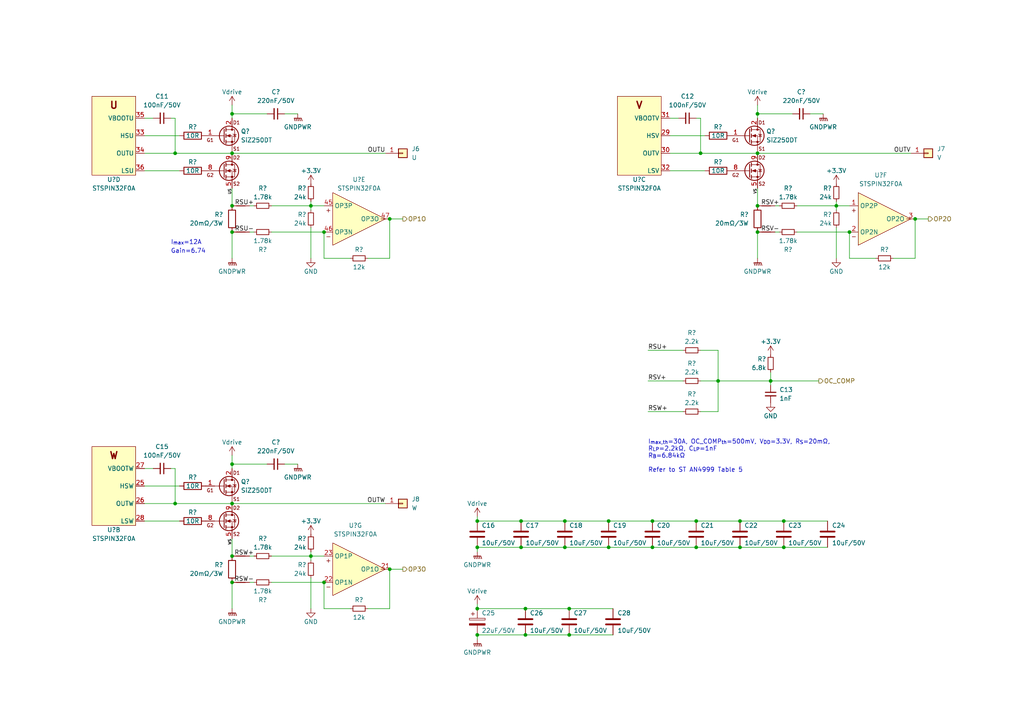
<source format=kicad_sch>
(kicad_sch (version 20230121) (generator eeschema)
  (paper "A4")
  (junction (at 67.31 146.05))
  (junction (at 227.33 158.75))
  (junction (at 219.71 33.02))
  (junction (at 151.13 158.75))
  (junction (at 50.8 44.45))
  (junction (at 138.43 184.15))
  (junction (at 113.03 63.5))
  (junction (at 201.93 151.13))
  (junction (at 227.33 151.13))
  (junction (at 90.17 59.69))
  (junction (at 203.2 44.45))
  (junction (at 242.57 59.69))
  (junction (at 113.03 165.1))
  (junction (at 219.71 59.69))
  (junction (at 214.63 151.13))
  (junction (at 152.4 184.15))
  (junction (at 67.31 67.31))
  (junction (at 208.28 110.49))
  (junction (at 165.1 184.15))
  (junction (at 165.1 176.53))
  (junction (at 163.83 158.75))
  (junction (at 138.43 151.13))
  (junction (at 138.43 158.75))
  (junction (at 201.93 158.75))
  (junction (at 90.17 161.29))
  (junction (at 138.43 176.53))
  (junction (at 214.63 158.75))
  (junction (at 50.8 146.05))
  (junction (at 219.71 44.45))
  (junction (at 189.23 158.75))
  (junction (at 67.31 161.29))
  (junction (at 67.31 33.02))
  (junction (at 265.43 63.5))
  (junction (at 176.53 158.75))
  (junction (at 67.31 44.45))
  (junction (at 163.83 151.13))
  (junction (at 246.38 67.31))
  (junction (at 151.13 151.13))
  (junction (at 189.23 151.13))
  (junction (at 93.98 67.31))
  (junction (at 93.98 168.91))
  (junction (at 67.31 134.62))
  (junction (at 152.4 176.53))
  (junction (at 223.52 110.49))
  (junction (at 176.53 151.13))
  (junction (at 219.71 67.31))
  (junction (at 67.31 168.91))
  (junction (at 67.31 59.69))
  (wire (pts (xy 189.23 151.13) (xy 201.93 151.13)))
  (wire (pts (xy 163.83 158.75) (xy 176.53 158.75)))
  (wire (pts (xy 73.66 161.29) (xy 72.39 161.29)))
  (wire (pts (xy 106.68 176.53) (xy 113.03 176.53)))
  (wire (pts (xy 223.52 110.49) (xy 237.49 110.49)))
  (wire (pts (xy 259.08 74.93) (xy 265.43 74.93)))
  (wire (pts (xy 90.17 167.64) (xy 90.17 176.53)))
  (wire (pts (xy 194.31 49.53) (xy 204.47 49.53)))
  (wire (pts (xy 219.71 30.48) (xy 219.71 33.02)))
  (wire (pts (xy 203.2 44.45) (xy 219.71 44.45)))
  (wire (pts (xy 90.17 60.96) (xy 90.17 59.69)))
  (wire (pts (xy 49.53 34.29) (xy 50.8 34.29)))
  (wire (pts (xy 67.31 33.02) (xy 67.31 34.29)))
  (wire (pts (xy 196.85 34.29) (xy 194.31 34.29)))
  (wire (pts (xy 67.31 54.61) (xy 67.31 59.69)))
  (wire (pts (xy 151.13 151.13) (xy 163.83 151.13)))
  (wire (pts (xy 44.45 34.29) (xy 41.91 34.29)))
  (wire (pts (xy 201.93 158.75) (xy 214.63 158.75)))
  (wire (pts (xy 163.83 151.13) (xy 176.53 151.13)))
  (wire (pts (xy 198.12 110.49) (xy 187.96 110.49)))
  (wire (pts (xy 113.03 74.93) (xy 113.03 63.5)))
  (wire (pts (xy 242.57 60.96) (xy 242.57 59.69)))
  (wire (pts (xy 198.12 119.38) (xy 187.96 119.38)))
  (wire (pts (xy 265.43 63.5) (xy 269.24 63.5)))
  (wire (pts (xy 86.36 33.02) (xy 82.55 33.02)))
  (wire (pts (xy 78.74 161.29) (xy 90.17 161.29)))
  (wire (pts (xy 90.17 58.42) (xy 90.17 59.69)))
  (wire (pts (xy 201.93 34.29) (xy 203.2 34.29)))
  (wire (pts (xy 41.91 39.37) (xy 52.07 39.37)))
  (wire (pts (xy 77.47 33.02) (xy 67.31 33.02)))
  (wire (pts (xy 138.43 184.15) (xy 152.4 184.15)))
  (wire (pts (xy 176.53 151.13) (xy 189.23 151.13)))
  (wire (pts (xy 41.91 49.53) (xy 52.07 49.53)))
  (wire (pts (xy 90.17 66.04) (xy 90.17 74.93)))
  (wire (pts (xy 50.8 44.45) (xy 67.31 44.45)))
  (wire (pts (xy 246.38 67.31) (xy 246.38 74.93)))
  (wire (pts (xy 231.14 67.31) (xy 246.38 67.31)))
  (wire (pts (xy 73.66 59.69) (xy 72.39 59.69)))
  (wire (pts (xy 165.1 184.15) (xy 177.8 184.15)))
  (wire (pts (xy 242.57 58.42) (xy 242.57 59.69)))
  (wire (pts (xy 194.31 39.37) (xy 204.47 39.37)))
  (wire (pts (xy 138.43 176.53) (xy 152.4 176.53)))
  (wire (pts (xy 194.31 44.45) (xy 203.2 44.45)))
  (wire (pts (xy 242.57 59.69) (xy 246.38 59.69)))
  (wire (pts (xy 67.31 74.93) (xy 67.31 67.31)))
  (wire (pts (xy 152.4 176.53) (xy 165.1 176.53)))
  (wire (pts (xy 231.14 59.69) (xy 242.57 59.69)))
  (wire (pts (xy 67.31 132.08) (xy 67.31 134.62)))
  (wire (pts (xy 165.1 176.53) (xy 177.8 176.53)))
  (wire (pts (xy 78.74 59.69) (xy 90.17 59.69)))
  (wire (pts (xy 203.2 34.29) (xy 203.2 44.45)))
  (wire (pts (xy 113.03 176.53) (xy 113.03 165.1)))
  (wire (pts (xy 265.43 74.93) (xy 265.43 63.5)))
  (wire (pts (xy 41.91 44.45) (xy 50.8 44.45)))
  (wire (pts (xy 219.71 54.61) (xy 219.71 59.69)))
  (wire (pts (xy 86.36 134.62) (xy 82.55 134.62)))
  (wire (pts (xy 138.43 160.02) (xy 138.43 158.75)))
  (wire (pts (xy 73.66 168.91) (xy 72.39 168.91)))
  (wire (pts (xy 198.12 101.6) (xy 187.96 101.6)))
  (wire (pts (xy 78.74 67.31) (xy 93.98 67.31)))
  (wire (pts (xy 227.33 151.13) (xy 240.03 151.13)))
  (wire (pts (xy 90.17 161.29) (xy 93.98 161.29)))
  (wire (pts (xy 189.23 158.75) (xy 201.93 158.75)))
  (wire (pts (xy 201.93 151.13) (xy 214.63 151.13)))
  (wire (pts (xy 208.28 101.6) (xy 208.28 110.49)))
  (wire (pts (xy 44.45 135.89) (xy 41.91 135.89)))
  (wire (pts (xy 93.98 67.31) (xy 93.98 74.93)))
  (wire (pts (xy 208.28 110.49) (xy 223.52 110.49)))
  (wire (pts (xy 223.52 110.49) (xy 223.52 107.95)))
  (wire (pts (xy 67.31 156.21) (xy 67.31 161.29)))
  (wire (pts (xy 50.8 34.29) (xy 50.8 44.45)))
  (wire (pts (xy 73.66 67.31) (xy 72.39 67.31)))
  (wire (pts (xy 49.53 135.89) (xy 50.8 135.89)))
  (wire (pts (xy 138.43 158.75) (xy 151.13 158.75)))
  (wire (pts (xy 254 74.93) (xy 246.38 74.93)))
  (wire (pts (xy 219.71 44.45) (xy 264.16 44.45)))
  (wire (pts (xy 138.43 149.86) (xy 138.43 151.13)))
  (wire (pts (xy 67.31 176.53) (xy 67.31 168.91)))
  (wire (pts (xy 227.33 158.75) (xy 240.03 158.75)))
  (wire (pts (xy 238.76 33.02) (xy 234.95 33.02)))
  (wire (pts (xy 78.74 168.91) (xy 93.98 168.91)))
  (wire (pts (xy 101.6 176.53) (xy 93.98 176.53)))
  (wire (pts (xy 90.17 59.69) (xy 93.98 59.69)))
  (wire (pts (xy 219.71 74.93) (xy 219.71 67.31)))
  (wire (pts (xy 106.68 74.93) (xy 113.03 74.93)))
  (wire (pts (xy 176.53 158.75) (xy 189.23 158.75)))
  (wire (pts (xy 138.43 184.15) (xy 138.43 185.42)))
  (wire (pts (xy 113.03 63.5) (xy 116.84 63.5)))
  (wire (pts (xy 229.87 33.02) (xy 219.71 33.02)))
  (wire (pts (xy 90.17 162.56) (xy 90.17 161.29)))
  (wire (pts (xy 223.52 111.76) (xy 223.52 110.49)))
  (wire (pts (xy 208.28 110.49) (xy 208.28 119.38)))
  (wire (pts (xy 41.91 151.13) (xy 52.07 151.13)))
  (wire (pts (xy 226.06 67.31) (xy 224.79 67.31)))
  (wire (pts (xy 242.57 66.04) (xy 242.57 74.93)))
  (wire (pts (xy 214.63 158.75) (xy 227.33 158.75)))
  (wire (pts (xy 113.03 165.1) (xy 116.84 165.1)))
  (wire (pts (xy 67.31 146.05) (xy 111.76 146.05)))
  (wire (pts (xy 226.06 59.69) (xy 224.79 59.69)))
  (wire (pts (xy 203.2 119.38) (xy 208.28 119.38)))
  (wire (pts (xy 67.31 134.62) (xy 67.31 135.89)))
  (wire (pts (xy 41.91 140.97) (xy 52.07 140.97)))
  (wire (pts (xy 67.31 44.45) (xy 111.76 44.45)))
  (wire (pts (xy 151.13 158.75) (xy 163.83 158.75)))
  (wire (pts (xy 77.47 134.62) (xy 67.31 134.62)))
  (wire (pts (xy 41.91 146.05) (xy 50.8 146.05)))
  (wire (pts (xy 138.43 175.26) (xy 138.43 176.53)))
  (wire (pts (xy 50.8 146.05) (xy 67.31 146.05)))
  (wire (pts (xy 93.98 168.91) (xy 93.98 176.53)))
  (wire (pts (xy 152.4 184.15) (xy 165.1 184.15)))
  (wire (pts (xy 101.6 74.93) (xy 93.98 74.93)))
  (wire (pts (xy 50.8 135.89) (xy 50.8 146.05)))
  (wire (pts (xy 138.43 151.13) (xy 151.13 151.13)))
  (wire (pts (xy 203.2 110.49) (xy 208.28 110.49)))
  (wire (pts (xy 219.71 33.02) (xy 219.71 34.29)))
  (wire (pts (xy 203.2 101.6) (xy 208.28 101.6)))
  (wire (pts (xy 214.63 151.13) (xy 227.33 151.13)))
  (wire (pts (xy 67.31 30.48) (xy 67.31 33.02)))
  (wire (pts (xy 90.17 160.02) (xy 90.17 161.29)))
  (text "Gain=6.74" (at 49.53 73.66 0) (effects (font (size 1.27 1.27)) (justify left bottom)))
  (text "I_{max,th}=30A, OC_COMP_{th}=500mV, V_{DD}=3.3V, R_{S}=20mΩ,\nR_{LP}=2.2kΩ, C_{LP}=1nF\nR_{B}=6.84kΩ\n\nRefer to ST AN4999 Table 5\n" (at 187.96 137.16 0) (effects (font (size 1.27 1.27)) (justify left bottom)))
  (text "I_{max}=12A" (at 49.53 71.12 0) (effects (font (size 1.27 1.27)) (justify left bottom)))
  (label "WS" (at 67.31 156.21 270) (effects (font (size 0.8 0.8))))
  (label "RSW-" (at 73.66 168.91 180))
  (label "OUTW" (at 111.76 146.05 180))
  (label "RSU-" (at 73.66 67.31 180))
  (label "RSW+" (at 187.96 119.38 0))
  (label "US" (at 67.31 54.61 270) (effects (font (size 0.8 0.8))))
  (label "OUTV" (at 264.16 44.45 180))
  (label "RSU+" (at 187.96 101.6 0))
  (label "VS" (at 219.71 54.61 270) (effects (font (size 0.8 0.8))))
  (label "RSV+" (at 187.96 110.49 0))
  (label "RSW+" (at 73.66 161.29 180))
  (label "RSV-" (at 226.06 67.31 180))
  (label "RSV+" (at 226.06 59.69 180))
  (label "OUTU" (at 111.76 44.45 180))
  (label "RSU+" (at 73.66 59.69 180))
  (hierarchical_label "OC_COMP" (shape output) (at 237.49 110.49 0))
  (hierarchical_label "OP3O" (shape output) (at 116.84 165.1 0))
  (hierarchical_label "OP2O" (shape output) (at 269.24 63.5 0))
  (hierarchical_label "OP1O" (shape output) (at 116.84 63.5 0))
  (symbol (lib_name "STSPIN32F0A_2") (lib_id "moco:STSPIN32F0A") (at 33.02 140.97 0) (unit 2)
    (property "Reference" "U?" (at 33.02 153.67 0))
    (property "Value" "STSPIN32F0A" (at 33.02 156.21 0))
    (property "Footprint" "moco:VFQFN-48_7x7_EP2.8mm_Pitch0.5mm" (effects hide))
    (property "Datasheet" "https://www.st.com/resource/en/datasheet/stspin32f0a.pdf" (effects hide))
    (property "LCSC" "C1520987" (effects hide))
    (property "MFR. Part#" "STSPIN32F0A" (effects hide))
    (instances (project "moco-rd401" (path "" (reference "U?") (unit 2)) (path "" (reference "U1") (unit 2))))
  )
  (symbol (lib_id "Device:C_Small") (at 223.52 114.3 0) (mirror y) (unit 1)
    (property "Reference" "C13" (at 226.06 113.0363 0) (effects (justify right)))
    (property "Value" "1nF" (at 226.06 115.5763 0) (effects (justify right)))
    (property "Footprint" "Capacitor_SMD:C_0402_1005Metric" (effects hide))
    (property "LCSC" "C1523" (effects hide))
    (property "MFR. Part#" "0402B102K500NT" (effects hide))
  )
  (symbol (lib_id "Device:NetTie_2") (at 69.85 67.31 0) (mirror y) (unit 1) (in_bom no)
    (property "Reference" "NT?" (effects hide))
    (property "Value" "NetTie_2" (effects hide))
    (property "Footprint" "NetTie:NetTie-2_SMD_Pad0.5mm" (effects hide))
    (instances (project "moco-rd401" (path "" (reference "NT?") (unit 1)) (path "" (reference "NT4") (unit 1))) (project "moco-rd501" (path "" (reference "NT?") (unit 1))))
  )
  (symbol (lib_id "Device:R") (at 67.31 63.5 0) (mirror y) (unit 1)
    (property "Reference" "R?" (at 64.77 62.23 0) (effects (justify left)))
    (property "Value" "20mΩ/3W" (at 64.77 64.77 0) (effects (justify left)))
    (property "Footprint" "Resistor_SMD:R_2512_6332Metric" (effects hide))
    (property "LCSC" "C840620" (effects hide))
    (property "MFR. Part#" "CRA2512-FZ-R020ELF" (effects hide))
    (instances (project "moco-rd401" (path "" (reference "R?") (unit 1)) (path "" (reference "R14") (unit 1))) (project "moco-rd501" (path "" (reference "R?") (unit 1))))
  )
  (symbol (lib_id "power:Vdrive") (at 219.71 30.48 0) (mirror y) (unit 1)
    (property "Reference" "#PWR?" (effects hide))
    (property "Value" "Vdrive" (at 219.71 26.67 0))
    (instances (project "moco-rd401" (path "" (reference "#PWR?") (unit 1)) (path "" (reference "#PWR029") (unit 1))))
  )
  (symbol (lib_id "Device:R_Small") (at 76.2 168.91 90) (mirror x) (unit 1)
    (property "Reference" "R?" (at 76.2 173.99 90))
    (property "Value" "1.78k" (at 76.2 171.45 90))
    (property "Footprint" "Resistor_SMD:R_0402_1005Metric" (effects hide))
    (property "LCSC" "C284379" (effects hide))
    (property "MFR. Part#" "ARG02FTC1781" (effects hide))
    (instances (project "moco-rd401" (path "" (reference "R?") (unit 1)) (path "" (reference "R32") (unit 1))))
  )
  (symbol (lib_id "Device:R_Small") (at 228.6 67.31 90) (mirror x) (unit 1)
    (property "Reference" "R?" (at 228.6 72.39 90))
    (property "Value" "1.78k" (at 228.6 69.85 90))
    (property "Footprint" "Resistor_SMD:R_0402_1005Metric" (effects hide))
    (property "LCSC" "C284379" (effects hide))
    (property "MFR. Part#" "ARG02FTC1781" (effects hide))
    (instances (project "moco-rd401" (path "" (reference "R?") (unit 1)) (path "" (reference "R19") (unit 1))))
  )
  (symbol (lib_name "STSPIN32F0A_3") (lib_id "moco:STSPIN32F0A") (at 185.42 39.37 0) (unit 3)
    (property "Reference" "U?" (at 185.42 52.07 0))
    (property "Value" "STSPIN32F0A" (at 185.42 54.61 0))
    (property "Footprint" "moco:VFQFN-48_7x7_EP2.8mm_Pitch0.5mm" (effects hide))
    (property "Datasheet" "https://www.st.com/resource/en/datasheet/stspin32f0a.pdf" (effects hide))
    (property "LCSC" "C1520987" (effects hide))
    (property "MFR. Part#" "STSPIN32F0A" (effects hide))
    (instances (project "moco-rd401" (path "" (reference "U?") (unit 3)) (path "" (reference "U1") (unit 3))))
  )
  (symbol (lib_id "Connector_Generic:Conn_01x01") (at 269.24 44.45 0) (unit 1)
    (property "Reference" "J7" (at 271.78 43.18 0) (effects (justify left)))
    (property "Value" "V" (at 271.78 45.72 0) (effects (justify left)))
    (property "Footprint" "moco:wire_2.2mm" (effects hide))
    (instances (project "moco-rd401" (path "" (reference "J7") (unit 1))) (project "moco-oi401" (path "" (reference "J?") (unit 1)) (path "" (reference "J?") (unit 1))) (project "moco-bkd8316" (path "" (reference "J?") (unit 1))))
  )
  (symbol (lib_id "Device:R_Small") (at 242.57 55.88 0) (mirror y) (unit 1)
    (property "Reference" "R?" (at 241.3 54.61 0) (effects (justify left)))
    (property "Value" "24k" (at 241.3 57.15 0) (effects (justify left)))
    (property "Footprint" "Resistor_SMD:R_0402_1005Metric" (effects hide))
    (property "LCSC" "C25769" (effects hide))
    (property "MFR. Part#" "0402WGF2402TCE" (effects hide))
    (instances (project "moco-rd401" (path "" (reference "R?") (unit 1)) (path "" (reference "R11") (unit 1))))
  )
  (symbol (lib_id "power:Vdrive") (at 138.43 149.86 0) (mirror y) (unit 1)
    (property "Reference" "#PWR?" (effects hide))
    (property "Value" "Vdrive" (at 138.43 146.05 0))
    (instances (project "moco-rd401" (path "" (reference "#PWR?") (unit 1)) (path "" (reference "#PWR042") (unit 1))))
  )
  (symbol (lib_id "Device:C_Polarized") (at 138.43 180.34 0) (unit 1)
    (property "Reference" "C25" (at 139.7 177.8 0) (effects (justify left)))
    (property "Value" "22uF/50V" (at 139.7 182.88 0) (effects (justify left)))
    (property "Footprint" "Capacitor_SMD:CP_Elec_5x5.8" (effects hide))
    (property "LCSC" "C336246" (effects hide))
    (property "MFR. Part#" "EEEFT1H220AR" (effects hide))
  )
  (symbol (lib_id "power:+3.3V") (at 90.17 154.94 0) (unit 1)
    (property "Reference" "#PWR?" (effects hide))
    (property "Value" "+3.3V" (at 90.17 151.13 0))
    (instances (project "moco-rd401" (path "" (reference "#PWR?") (unit 1)) (path "" (reference "#PWR?") (unit 1)) (path "" (reference "#PWR043") (unit 1))))
  )
  (symbol (lib_id "Device:R_Small") (at 104.14 176.53 90) (unit 1)
    (property "Reference" "R?" (at 104.14 173.99 90))
    (property "Value" "12k" (at 104.14 179.07 90))
    (property "Footprint" "Resistor_SMD:R_0402_1005Metric" (effects hide))
    (property "LCSC" "C25752" (effects hide))
    (property "MFR. Part#" "0402WGF1202TCE" (effects hide))
    (instances (project "moco-rd401" (path "" (reference "R?") (unit 1)) (path "" (reference "R33") (unit 1))))
  )
  (symbol (lib_id "Device:R_Small") (at 228.6 59.69 90) (unit 1)
    (property "Reference" "R?" (at 228.6 54.61 90))
    (property "Value" "1.78k" (at 228.6 57.15 90))
    (property "Footprint" "Resistor_SMD:R_0402_1005Metric" (effects hide))
    (property "LCSC" "C284379" (effects hide))
    (property "MFR. Part#" "ARG02FTC1781" (effects hide))
    (instances (project "moco-rd401" (path "" (reference "R?") (unit 1)) (path "" (reference "R13") (unit 1))))
  )
  (symbol (lib_id "power:GND") (at 223.52 116.84 0) (unit 1)
    (property "Reference" "#PWR?" (effects hide))
    (property "Value" "GND" (at 223.52 120.65 0))
    (instances (project "moco-rd401" (path "" (reference "#PWR?") (unit 1)) (path "" (reference "#PWR039") (unit 1))))
  )
  (symbol (lib_id "Device:R_Small") (at 200.66 101.6 90) (unit 1)
    (property "Reference" "R?" (at 200.66 96.52 90))
    (property "Value" "2.2k" (at 200.66 99.06 90))
    (property "Footprint" "Resistor_SMD:R_0402_1005Metric" (effects hide))
    (property "LCSC" "C25879" (effects hide))
    (property "MFR. Part#" "0402WGF2201TCE" (effects hide))
    (instances (project "moco-rd401" (path "" (reference "R?") (unit 1)) (path "" (reference "R22") (unit 1))))
  )
  (symbol (lib_id "Device:R") (at 208.28 49.53 90) (unit 1)
    (property "Reference" "R?" (at 208.28 46.99 90))
    (property "Value" "10R" (at 208.28 49.53 90))
    (property "Footprint" "Resistor_SMD:R_0402_1005Metric" (effects hide))
    (property "LCSC" "C25077" (effects hide))
    (property "MFR. Part#" "0402WGF100JTCE" (effects hide))
    (instances (project "moco-rd401" (path "" (reference "R?") (unit 1)) (path "" (reference "R9") (unit 1))))
  )
  (symbol (lib_id "Device:R") (at 55.88 49.53 90) (unit 1)
    (property "Reference" "R?" (at 55.88 46.99 90))
    (property "Value" "10R" (at 55.88 49.53 90))
    (property "Footprint" "Resistor_SMD:R_0402_1005Metric" (effects hide))
    (property "LCSC" "C25077" (effects hide))
    (property "MFR. Part#" "0402WGF100JTCE" (effects hide))
    (instances (project "moco-rd401" (path "" (reference "R?") (unit 1)) (path "" (reference "R8") (unit 1))))
  )
  (symbol (lib_id "Device:R") (at 55.88 39.37 90) (unit 1)
    (property "Reference" "R?" (at 55.88 36.83 90))
    (property "Value" "10R" (at 55.88 39.37 90))
    (property "Footprint" "Resistor_SMD:R_0402_1005Metric" (effects hide))
    (property "LCSC" "C25077" (effects hide))
    (property "MFR. Part#" "0402WGF100JTCE" (effects hide))
    (instances (project "moco-rd401" (path "" (reference "R?") (unit 1)) (path "" (reference "R6") (unit 1))))
  )
  (symbol (lib_id "power:GNDPWR") (at 86.36 134.62 0) (mirror y) (unit 1)
    (property "Reference" "#PWR?" (effects hide))
    (property "Value" "GNDPWR" (at 86.36 138.43 0))
    (instances (project "moco-rd401" (path "" (reference "#PWR?") (unit 1)) (path "" (reference "#PWR041") (unit 1))) (project "moco-rd501" (path "" (reference "#PWR?") (unit 1))))
  )
  (symbol (lib_id "Device:R_Small") (at 90.17 55.88 0) (mirror y) (unit 1)
    (property "Reference" "R?" (at 88.9 54.61 0) (effects (justify left)))
    (property "Value" "24k" (at 88.9 57.15 0) (effects (justify left)))
    (property "Footprint" "Resistor_SMD:R_0402_1005Metric" (effects hide))
    (property "LCSC" "C25769" (effects hide))
    (property "MFR. Part#" "0402WGF2402TCE" (effects hide))
    (instances (project "moco-rd401" (path "" (reference "R?") (unit 1)) (path "" (reference "R10") (unit 1))))
  )
  (symbol (lib_id "Device:R_Small") (at 256.54 74.93 90) (unit 1)
    (property "Reference" "R?" (at 256.54 72.39 90))
    (property "Value" "12k" (at 256.54 77.47 90))
    (property "Footprint" "Resistor_SMD:R_0402_1005Metric" (effects hide))
    (property "LCSC" "C25752" (effects hide))
    (property "MFR. Part#" "0402WGF1202TCE" (effects hide))
    (instances (project "moco-rd401" (path "" (reference "R?") (unit 1)) (path "" (reference "R21") (unit 1))))
  )
  (symbol (lib_id "Device:C") (at 163.83 154.94 0) (mirror y) (unit 1)
    (property "Reference" "C18" (at 165.1 152.4 0) (effects (justify right)))
    (property "Value" "10uF/50V" (at 165.1 157.48 0) (effects (justify right)))
    (property "Footprint" "Capacitor_SMD:C_0805_2012Metric" (effects hide))
    (property "LCSC" "C440198" (effects hide))
    (property "MFR. Part#" "GRM21BR61H106KE43L" (effects hide))
    (instances (project "moco-rd401" (path "" (reference "C18") (unit 1))) (project "moco-oi401" (path "" (reference "C?") (unit 1)) (path "" (reference "C?") (unit 1))) (project "moco-bkd8316" (path "" (reference "C?") (unit 1))))
  )
  (symbol (lib_id "Device:R") (at 208.28 39.37 90) (unit 1)
    (property "Reference" "R?" (at 208.28 36.83 90))
    (property "Value" "10R" (at 208.28 39.37 90))
    (property "Footprint" "Resistor_SMD:R_0402_1005Metric" (effects hide))
    (property "LCSC" "C25077" (effects hide))
    (property "MFR. Part#" "0402WGF100JTCE" (effects hide))
    (instances (project "moco-rd401" (path "" (reference "R?") (unit 1)) (path "" (reference "R7") (unit 1))))
  )
  (symbol (lib_id "moco:STSPIN32F0A") (at 101.6 63.5 0) (unit 5)
    (property "Reference" "U?" (at 104.14 52.07 0))
    (property "Value" "STSPIN32F0A" (at 104.14 54.61 0))
    (property "Footprint" "moco:VFQFN-48_7x7_EP2.8mm_Pitch0.5mm" (effects hide))
    (property "Datasheet" "https://www.st.com/resource/en/datasheet/stspin32f0a.pdf" (effects hide))
    (property "LCSC" "C1520987" (effects hide))
    (property "MFR. Part#" "STSPIN32F0A" (effects hide))
    (instances (project "moco-rd401" (path "" (reference "U?") (unit 5)) (path "" (reference "U1") (unit 5))))
  )
  (symbol (lib_id "Device:C_Small") (at 232.41 33.02 270) (mirror x) (unit 1)
    (property "Reference" "C?" (at 232.41 26.67 90))
    (property "Value" "220nF/50V" (at 232.41 29.21 90))
    (property "Footprint" "Capacitor_SMD:C_0805_2012Metric" (effects hide))
    (property "LCSC" "C5378" (effects hide))
    (property "MFR. Part#" "CL21B224KBFNNNE" (effects hide))
    (instances (project "moco-rd401" (path "" (reference "C?") (unit 1)) (path "" (reference "C10") (unit 1))))
  )
  (symbol (lib_id "Device:R") (at 219.71 63.5 0) (mirror y) (unit 1)
    (property "Reference" "R?" (at 217.17 62.23 0) (effects (justify left)))
    (property "Value" "20mΩ/3W" (at 217.17 64.77 0) (effects (justify left)))
    (property "Footprint" "Resistor_SMD:R_2512_6332Metric" (effects hide))
    (property "LCSC" "C840620" (effects hide))
    (property "MFR. Part#" "CRA2512-FZ-R020ELF" (effects hide))
    (instances (project "moco-rd401" (path "" (reference "R?") (unit 1)) (path "" (reference "R16") (unit 1))) (project "moco-rd501" (path "" (reference "R?") (unit 1))))
  )
  (symbol (lib_id "Device:R_Small") (at 200.66 119.38 90) (unit 1)
    (property "Reference" "R?" (at 200.66 114.3 90))
    (property "Value" "2.2k" (at 200.66 116.84 90))
    (property "Footprint" "Resistor_SMD:R_0402_1005Metric" (effects hide))
    (property "LCSC" "C25879" (effects hide))
    (property "MFR. Part#" "0402WGF2201TCE" (effects hide))
    (instances (project "moco-rd401" (path "" (reference "R?") (unit 1)) (path "" (reference "R25") (unit 1))))
  )
  (symbol (lib_id "Device:R_Small") (at 104.14 74.93 90) (unit 1)
    (property "Reference" "R?" (at 104.14 72.39 90))
    (property "Value" "12k" (at 104.14 77.47 90))
    (property "Footprint" "Resistor_SMD:R_0402_1005Metric" (effects hide))
    (property "LCSC" "C25752" (effects hide))
    (property "MFR. Part#" "0402WGF1202TCE" (effects hide))
    (instances (project "moco-rd401" (path "" (reference "R?") (unit 1)) (path "" (reference "R20") (unit 1))))
  )
  (symbol (lib_id "power:GND") (at 90.17 74.93 0) (unit 1)
    (property "Reference" "#PWR?" (effects hide))
    (property "Value" "GND" (at 90.17 78.74 0))
    (instances (project "moco-rd401" (path "" (reference "#PWR?") (unit 1)) (path "" (reference "#PWR035") (unit 1))))
  )
  (symbol (lib_id "Connector_Generic:Conn_01x01") (at 116.84 44.45 0) (unit 1)
    (property "Reference" "J6" (at 119.38 43.18 0) (effects (justify left)))
    (property "Value" "U" (at 119.38 45.72 0) (effects (justify left)))
    (property "Footprint" "moco:wire_2.2mm" (effects hide))
    (instances (project "moco-rd401" (path "" (reference "J6") (unit 1))) (project "moco-oi401" (path "" (reference "J?") (unit 1)) (path "" (reference "J?") (unit 1))) (project "moco-bkd8316" (path "" (reference "J?") (unit 1))))
  )
  (symbol (lib_id "Device:NetTie_2") (at 69.85 161.29 0) (mirror y) (unit 1) (in_bom no)
    (property "Reference" "NT?" (effects hide))
    (property "Value" "NetTie_2" (effects hide))
    (property "Footprint" "NetTie:NetTie-2_SMD_Pad0.5mm" (effects hide))
    (instances (project "moco-rd401" (path "" (reference "NT?") (unit 1)) (path "" (reference "NT6") (unit 1))) (project "moco-rd501" (path "" (reference "NT?") (unit 1))))
  )
  (symbol (lib_id "moco:STSPIN32F0A") (at 101.6 165.1 0) (unit 7)
    (property "Reference" "U?" (at 103.0761 152.4 0))
    (property "Value" "STSPIN32F0A" (at 103.0761 154.94 0))
    (property "Footprint" "moco:VFQFN-48_7x7_EP2.8mm_Pitch0.5mm" (effects hide))
    (property "Datasheet" "https://www.st.com/resource/en/datasheet/stspin32f0a.pdf" (effects hide))
    (property "LCSC" "C1520987" (effects hide))
    (property "MFR. Part#" "STSPIN32F0A" (effects hide))
    (instances (project "moco-rd401" (path "" (reference "U?") (unit 7)) (path "" (reference "U1") (unit 7))))
  )
  (symbol (lib_id "Device:C") (at 177.8 180.34 0) (mirror y) (unit 1)
    (property "Reference" "C28" (at 179.07 177.8 0) (effects (justify right)))
    (property "Value" "10uF/50V" (at 179.07 182.88 0) (effects (justify right)))
    (property "Footprint" "Capacitor_SMD:C_0805_2012Metric" (effects hide))
    (property "LCSC" "C440198" (effects hide))
    (property "MFR. Part#" "GRM21BR61H106KE43L" (effects hide))
    (instances (project "moco-rd401" (path "" (reference "C28") (unit 1))) (project "moco-oi401" (path "" (reference "C?") (unit 1)) (path "" (reference "C?") (unit 1))) (project "moco-bkd8316" (path "" (reference "C?") (unit 1))))
  )
  (symbol (lib_id "Device:C") (at 176.53 154.94 0) (mirror y) (unit 1)
    (property "Reference" "C19" (at 177.8 152.4 0) (effects (justify right)))
    (property "Value" "10uF/50V" (at 177.8 157.48 0) (effects (justify right)))
    (property "Footprint" "Capacitor_SMD:C_0805_2012Metric" (effects hide))
    (property "LCSC" "C440198" (effects hide))
    (property "MFR. Part#" "GRM21BR61H106KE43L" (effects hide))
    (instances (project "moco-rd401" (path "" (reference "C19") (unit 1))) (project "moco-oi401" (path "" (reference "C?") (unit 1)) (path "" (reference "C?") (unit 1))) (project "moco-bkd8316" (path "" (reference "C?") (unit 1))))
  )
  (symbol (lib_id "Device:R_Small") (at 76.2 161.29 90) (unit 1)
    (property "Reference" "R?" (at 76.2 156.21 90))
    (property "Value" "1.78k" (at 76.2 158.75 90))
    (property "Footprint" "Resistor_SMD:R_0402_1005Metric" (effects hide))
    (property "LCSC" "C284379" (effects hide))
    (property "MFR. Part#" "ARG02FTC1781" (effects hide))
    (instances (project "moco-rd401" (path "" (reference "R?") (unit 1)) (path "" (reference "R29") (unit 1))))
  )
  (symbol (lib_id "Device:C") (at 240.03 154.94 0) (mirror y) (unit 1)
    (property "Reference" "C24" (at 241.3 152.4 0) (effects (justify right)))
    (property "Value" "10uF/50V" (at 241.3 157.48 0) (effects (justify right)))
    (property "Footprint" "Capacitor_SMD:C_0805_2012Metric" (effects hide))
    (property "LCSC" "C440198" (effects hide))
    (property "MFR. Part#" "GRM21BR61H106KE43L" (effects hide))
    (instances (project "moco-rd401" (path "" (reference "C24") (unit 1))) (project "moco-oi401" (path "" (reference "C?") (unit 1)) (path "" (reference "C?") (unit 1))) (project "moco-bkd8316" (path "" (reference "C?") (unit 1))))
  )
  (symbol (lib_id "Device:C") (at 152.4 180.34 0) (mirror y) (unit 1)
    (property "Reference" "C26" (at 153.67 177.8 0) (effects (justify right)))
    (property "Value" "10uF/50V" (at 153.67 182.88 0) (effects (justify right)))
    (property "Footprint" "Capacitor_SMD:C_0805_2012Metric" (effects hide))
    (property "LCSC" "C440198" (effects hide))
    (property "MFR. Part#" "GRM21BR61H106KE43L" (effects hide))
    (instances (project "moco-rd401" (path "" (reference "C26") (unit 1))) (project "moco-oi401" (path "" (reference "C?") (unit 1)) (path "" (reference "C?") (unit 1))) (project "moco-bkd8316" (path "" (reference "C?") (unit 1))))
  )
  (symbol (lib_id "Device:C") (at 189.23 154.94 0) (mirror y) (unit 1)
    (property "Reference" "C20" (at 190.5 152.4 0) (effects (justify right)))
    (property "Value" "10uF/50V" (at 190.5 157.48 0) (effects (justify right)))
    (property "Footprint" "Capacitor_SMD:C_0805_2012Metric" (effects hide))
    (property "LCSC" "C440198" (effects hide))
    (property "MFR. Part#" "GRM21BR61H106KE43L" (effects hide))
    (instances (project "moco-rd401" (path "" (reference "C20") (unit 1))) (project "moco-oi401" (path "" (reference "C?") (unit 1)) (path "" (reference "C?") (unit 1))) (project "moco-bkd8316" (path "" (reference "C?") (unit 1))))
  )
  (symbol (lib_id "Device:C_Small") (at 80.01 134.62 270) (mirror x) (unit 1)
    (property "Reference" "C?" (at 80.01 128.27 90))
    (property "Value" "220nF/50V" (at 80.01 130.81 90))
    (property "Footprint" "Capacitor_SMD:C_0805_2012Metric" (effects hide))
    (property "LCSC" "C5378" (effects hide))
    (property "MFR. Part#" "CL21B224KBFNNNE" (effects hide))
    (instances (project "moco-rd401" (path "" (reference "C?") (unit 1)) (path "" (reference "C14") (unit 1))))
  )
  (symbol (lib_id "Device:R_Small") (at 76.2 59.69 90) (unit 1)
    (property "Reference" "R?" (at 76.2 54.61 90))
    (property "Value" "1.78k" (at 76.2 57.15 90))
    (property "Footprint" "Resistor_SMD:R_0402_1005Metric" (effects hide))
    (property "LCSC" "C284379" (effects hide))
    (property "MFR. Part#" "ARG02FTC1781" (effects hide))
    (instances (project "moco-rd401" (path "" (reference "R?") (unit 1)) (path "" (reference "R12") (unit 1))))
  )
  (symbol (lib_id "moco:SiZ250DT") (at 219.71 44.45 0) (unit 1)
    (property "Reference" "Q?" (at 222.25 38.1 0) (effects (justify left)))
    (property "Value" "SiZ250DT" (at 222.25 40.64 0) (effects (justify left)))
    (property "Footprint" "moco:PowerPAIR_3x3S_TP" (effects hide))
    (property "Datasheet" "https://www.vishay.com/docs/77227/siz250dt.pdf" (effects hide))
    (property "LCSC" "C3279427" (effects hide))
    (property "MFR. Part#" "SIZ250DT-T1-GE3" (effects hide))
    (instances (project "moco-rd401" (path "" (reference "Q?") (unit 1)) (path "" (reference "Q2") (unit 1))))
  )
  (symbol (lib_id "Device:R_Small") (at 200.66 110.49 90) (unit 1)
    (property "Reference" "R?" (at 200.66 105.41 90))
    (property "Value" "2.2k" (at 200.66 107.95 90))
    (property "Footprint" "Resistor_SMD:R_0402_1005Metric" (effects hide))
    (property "LCSC" "C25879" (effects hide))
    (property "MFR. Part#" "0402WGF2201TCE" (effects hide))
    (instances (project "moco-rd401" (path "" (reference "R?") (unit 1)) (path "" (reference "R24") (unit 1))))
  )
  (symbol (lib_id "Device:C") (at 138.43 154.94 0) (mirror y) (unit 1)
    (property "Reference" "C16" (at 139.7 152.4 0) (effects (justify right)))
    (property "Value" "10uF/50V" (at 139.7 157.48 0) (effects (justify right)))
    (property "Footprint" "Capacitor_SMD:C_0805_2012Metric" (effects hide))
    (property "LCSC" "C440198" (effects hide))
    (property "MFR. Part#" "GRM21BR61H106KE43L" (effects hide))
    (instances (project "moco-rd401" (path "" (reference "C16") (unit 1))) (project "moco-oi401" (path "" (reference "C?") (unit 1)) (path "" (reference "C?") (unit 1))) (project "moco-bkd8316" (path "" (reference "C?") (unit 1))))
  )
  (symbol (lib_id "power:GND") (at 242.57 74.93 0) (unit 1)
    (property "Reference" "#PWR?" (effects hide))
    (property "Value" "GND" (at 242.57 78.74 0))
    (instances (project "moco-rd401" (path "" (reference "#PWR?") (unit 1)) (path "" (reference "#PWR037") (unit 1))))
  )
  (symbol (lib_id "Device:C_Small") (at 80.01 33.02 270) (mirror x) (unit 1)
    (property "Reference" "C?" (at 80.01 26.67 90))
    (property "Value" "220nF/50V" (at 80.01 29.21 90))
    (property "Footprint" "Capacitor_SMD:C_0805_2012Metric" (effects hide))
    (property "LCSC" "C5378" (effects hide))
    (property "MFR. Part#" "CL21B224KBFNNNE" (effects hide))
    (instances (project "moco-rd401" (path "" (reference "C?") (unit 1)) (path "" (reference "C9") (unit 1))))
  )
  (symbol (lib_id "Device:NetTie_2") (at 222.25 59.69 0) (mirror y) (unit 1) (in_bom no)
    (property "Reference" "NT?" (effects hide))
    (property "Value" "NetTie_2" (effects hide))
    (property "Footprint" "NetTie:NetTie-2_SMD_Pad0.5mm" (effects hide))
    (instances (project "moco-rd401" (path "" (reference "NT?") (unit 1)) (path "" (reference "NT3") (unit 1))) (project "moco-rd501" (path "" (reference "NT?") (unit 1))))
  )
  (symbol (lib_id "power:GNDPWR") (at 86.36 33.02 0) (mirror y) (unit 1)
    (property "Reference" "#PWR?" (effects hide))
    (property "Value" "GNDPWR" (at 86.36 36.83 0))
    (instances (project "moco-rd401" (path "" (reference "#PWR?") (unit 1)) (path "" (reference "#PWR030") (unit 1))) (project "moco-rd501" (path "" (reference "#PWR?") (unit 1))))
  )
  (symbol (lib_id "Device:C_Small") (at 46.99 135.89 270) (unit 1)
    (property "Reference" "C15" (at 46.99 129.54 90))
    (property "Value" "100nF/50V" (at 46.99 132.08 90))
    (property "Footprint" "Capacitor_SMD:C_0402_1005Metric" (effects hide))
    (property "LCSC" "C307331" (effects hide))
    (property "MFR. Part#" "CL05B104KB54PNC" (effects hide))
    (instances (project "moco-rd401" (path "" (reference "C15") (unit 1))) (project "moco-oi401" (path "" (reference "C?") (unit 1)) (path "" (reference "C?") (unit 1))) (project "moco-bkd8316" (path "" (reference "C?") (unit 1))))
  )
  (symbol (lib_id "power:GNDPWR") (at 238.76 33.02 0) (mirror y) (unit 1)
    (property "Reference" "#PWR?" (effects hide))
    (property "Value" "GNDPWR" (at 238.76 36.83 0))
    (instances (project "moco-rd401" (path "" (reference "#PWR?") (unit 1)) (path "" (reference "#PWR031") (unit 1))) (project "moco-rd501" (path "" (reference "#PWR?") (unit 1))))
  )
  (symbol (lib_id "Device:R_Small") (at 90.17 63.5 0) (mirror y) (unit 1)
    (property "Reference" "R?" (at 88.9 62.23 0) (effects (justify left)))
    (property "Value" "24k" (at 88.9 64.77 0) (effects (justify left)))
    (property "Footprint" "Resistor_SMD:R_0402_1005Metric" (effects hide))
    (property "LCSC" "C25769" (effects hide))
    (property "MFR. Part#" "0402WGF2402TCE" (effects hide))
    (instances (project "moco-rd401" (path "" (reference "R?") (unit 1)) (path "" (reference "R15") (unit 1))))
  )
  (symbol (lib_id "Device:C_Small") (at 199.39 34.29 270) (unit 1)
    (property "Reference" "C12" (at 199.39 27.94 90))
    (property "Value" "100nF/50V" (at 199.39 30.48 90))
    (property "Footprint" "Capacitor_SMD:C_0402_1005Metric" (effects hide))
    (property "LCSC" "C307331" (effects hide))
    (property "MFR. Part#" "CL05B104KB54PNC" (effects hide))
    (instances (project "moco-rd401" (path "" (reference "C12") (unit 1))) (project "moco-oi401" (path "" (reference "C?") (unit 1)) (path "" (reference "C?") (unit 1))) (project "moco-bkd8316" (path "" (reference "C?") (unit 1))))
  )
  (symbol (lib_id "Device:C") (at 201.93 154.94 0) (mirror y) (unit 1)
    (property "Reference" "C21" (at 203.2 152.4 0) (effects (justify right)))
    (property "Value" "10uF/50V" (at 203.2 157.48 0) (effects (justify right)))
    (property "Footprint" "Capacitor_SMD:C_0805_2012Metric" (effects hide))
    (property "LCSC" "C440198" (effects hide))
    (property "MFR. Part#" "GRM21BR61H106KE43L" (effects hide))
    (instances (project "moco-rd401" (path "" (reference "C21") (unit 1))) (project "moco-oi401" (path "" (reference "C?") (unit 1)) (path "" (reference "C?") (unit 1))) (project "moco-bkd8316" (path "" (reference "C?") (unit 1))))
  )
  (symbol (lib_id "Device:C_Small") (at 46.99 34.29 270) (unit 1)
    (property "Reference" "C11" (at 46.99 27.94 90))
    (property "Value" "100nF/50V" (at 46.99 30.48 90))
    (property "Footprint" "Capacitor_SMD:C_0402_1005Metric" (effects hide))
    (property "LCSC" "C307331" (effects hide))
    (property "MFR. Part#" "CL05B104KB54PNC" (effects hide))
    (instances (project "moco-rd401" (path "" (reference "C11") (unit 1))) (project "moco-oi401" (path "" (reference "C?") (unit 1)) (path "" (reference "C?") (unit 1))) (project "moco-bkd8316" (path "" (reference "C?") (unit 1))))
  )
  (symbol (lib_id "Device:C") (at 151.13 154.94 0) (mirror y) (unit 1)
    (property "Reference" "C17" (at 152.4 152.4 0) (effects (justify right)))
    (property "Value" "10uF/50V" (at 152.4 157.48 0) (effects (justify right)))
    (property "Footprint" "Capacitor_SMD:C_0805_2012Metric" (effects hide))
    (property "LCSC" "C440198" (effects hide))
    (property "MFR. Part#" "GRM21BR61H106KE43L" (effects hide))
    (instances (project "moco-rd401" (path "" (reference "C17") (unit 1))) (project "moco-oi401" (path "" (reference "C?") (unit 1)) (path "" (reference "C?") (unit 1))) (project "moco-bkd8316" (path "" (reference "C?") (unit 1))))
  )
  (symbol (lib_id "power:+3.3V") (at 223.52 102.87 0) (unit 1)
    (property "Reference" "#PWR?" (effects hide))
    (property "Value" "+3.3V" (at 223.52 99.06 0))
    (instances (project "moco-rd401" (path "" (reference "#PWR?") (unit 1)) (path "" (reference "#PWR?") (unit 1)) (path "" (reference "#PWR038") (unit 1))))
  )
  (symbol (lib_id "Device:R_Small") (at 90.17 157.48 0) (mirror y) (unit 1)
    (property "Reference" "R?" (at 88.9 156.21 0) (effects (justify left)))
    (property "Value" "24k" (at 88.9 158.75 0) (effects (justify left)))
    (property "Footprint" "Resistor_SMD:R_0402_1005Metric" (effects hide))
    (property "LCSC" "C25769" (effects hide))
    (property "MFR. Part#" "0402WGF2402TCE" (effects hide))
    (instances (project "moco-rd401" (path "" (reference "R?") (unit 1)) (path "" (reference "R28") (unit 1))))
  )
  (symbol (lib_id "power:+3.3V") (at 242.57 53.34 0) (unit 1)
    (property "Reference" "#PWR?" (effects hide))
    (property "Value" "+3.3V" (at 242.57 49.53 0))
    (instances (project "moco-rd401" (path "" (reference "#PWR?") (unit 1)) (path "" (reference "#PWR?") (unit 1)) (path "" (reference "#PWR033") (unit 1))))
  )
  (symbol (lib_id "Device:C") (at 165.1 180.34 0) (mirror y) (unit 1)
    (property "Reference" "C27" (at 166.37 177.8 0) (effects (justify right)))
    (property "Value" "10uF/50V" (at 166.37 182.88 0) (effects (justify right)))
    (property "Footprint" "Capacitor_SMD:C_0805_2012Metric" (effects hide))
    (property "LCSC" "C440198" (effects hide))
    (property "MFR. Part#" "GRM21BR61H106KE43L" (effects hide))
    (instances (project "moco-rd401" (path "" (reference "C27") (unit 1))) (project "moco-oi401" (path "" (reference "C?") (unit 1)) (path "" (reference "C?") (unit 1))) (project "moco-bkd8316" (path "" (reference "C?") (unit 1))))
  )
  (symbol (lib_id "Device:R_Small") (at 76.2 67.31 90) (mirror x) (unit 1)
    (property "Reference" "R?" (at 76.2 72.39 90))
    (property "Value" "1.78k" (at 76.2 69.85 90))
    (property "Footprint" "Resistor_SMD:R_0402_1005Metric" (effects hide))
    (property "LCSC" "C284379" (effects hide))
    (property "MFR. Part#" "ARG02FTC1781" (effects hide))
    (instances (project "moco-rd401" (path "" (reference "R?") (unit 1)) (path "" (reference "R18") (unit 1))))
  )
  (symbol (lib_id "Device:R_Small") (at 223.52 105.41 0) (mirror y) (unit 1)
    (property "Reference" "R?" (at 222.25 104.14 0) (effects (justify left)))
    (property "Value" "6.8k" (at 222.25 106.68 0) (effects (justify left)))
    (property "Footprint" "Resistor_SMD:R_0402_1005Metric" (effects hide))
    (property "LCSC" "C25917" (effects hide))
    (property "MFR. Part#" "0402WGF6801TCE" (effects hide))
    (instances (project "moco-rd401" (path "" (reference "R?") (unit 1)) (path "" (reference "R23") (unit 1))))
  )
  (symbol (lib_id "moco:SiZ250DT") (at 67.31 146.05 0) (unit 1)
    (property "Reference" "Q?" (at 69.85 139.7 0) (effects (justify left)))
    (property "Value" "SiZ250DT" (at 69.85 142.24 0) (effects (justify left)))
    (property "Footprint" "moco:PowerPAIR_3x3S_TP" (effects hide))
    (property "Datasheet" "https://www.vishay.com/docs/77227/siz250dt.pdf" (effects hide))
    (property "LCSC" "C3279427" (effects hide))
    (property "MFR. Part#" "SIZ250DT-T1-GE3" (effects hide))
    (instances (project "moco-rd401" (path "" (reference "Q?") (unit 1)) (path "" (reference "Q3") (unit 1))))
  )
  (symbol (lib_id "power:GNDPWR") (at 67.31 74.93 0) (mirror y) (unit 1)
    (property "Reference" "#PWR?" (effects hide))
    (property "Value" "GNDPWR" (at 67.31 78.74 0))
    (instances (project "moco-rd401" (path "" (reference "#PWR?") (unit 1)) (path "" (reference "#PWR034") (unit 1))) (project "moco-rd501" (path "" (reference "#PWR?") (unit 1))))
  )
  (symbol (lib_id "Device:C") (at 214.63 154.94 0) (mirror y) (unit 1)
    (property "Reference" "C22" (at 215.9 152.4 0) (effects (justify right)))
    (property "Value" "10uF/50V" (at 215.9 157.48 0) (effects (justify right)))
    (property "Footprint" "Capacitor_SMD:C_0805_2012Metric" (effects hide))
    (property "LCSC" "C440198" (effects hide))
    (property "MFR. Part#" "GRM21BR61H106KE43L" (effects hide))
    (instances (project "moco-rd401" (path "" (reference "C22") (unit 1))) (project "moco-oi401" (path "" (reference "C?") (unit 1)) (path "" (reference "C?") (unit 1))) (project "moco-bkd8316" (path "" (reference "C?") (unit 1))))
  )
  (symbol (lib_id "power:GNDPWR") (at 219.71 74.93 0) (mirror y) (unit 1)
    (property "Reference" "#PWR?" (effects hide))
    (property "Value" "GNDPWR" (at 219.71 78.74 0))
    (instances (project "moco-rd401" (path "" (reference "#PWR?") (unit 1)) (path "" (reference "#PWR036") (unit 1))) (project "moco-rd501" (path "" (reference "#PWR?") (unit 1))))
  )
  (symbol (lib_name "STSPIN32F0A_4") (lib_id "moco:STSPIN32F0A") (at 33.02 39.37 0) (unit 4)
    (property "Reference" "U?" (at 33.02 52.07 0))
    (property "Value" "STSPIN32F0A" (at 33.02 54.61 0))
    (property "Footprint" "moco:VFQFN-48_7x7_EP2.8mm_Pitch0.5mm" (effects hide))
    (property "Datasheet" "https://www.st.com/resource/en/datasheet/stspin32f0a.pdf" (effects hide))
    (property "LCSC" "C1520987" (effects hide))
    (property "MFR. Part#" "STSPIN32F0A" (effects hide))
    (instances (project "moco-rd401" (path "" (reference "U?") (unit 4)) (path "" (reference "U1") (unit 4))))
  )
  (symbol (lib_id "power:Vdrive") (at 67.31 132.08 0) (mirror y) (unit 1)
    (property "Reference" "#PWR?" (effects hide))
    (property "Value" "Vdrive" (at 67.31 128.27 0))
    (instances (project "moco-rd401" (path "" (reference "#PWR?") (unit 1)) (path "" (reference "#PWR040") (unit 1))))
  )
  (symbol (lib_id "Device:C") (at 227.33 154.94 0) (mirror y) (unit 1)
    (property "Reference" "C23" (at 228.6 152.4 0) (effects (justify right)))
    (property "Value" "10uF/50V" (at 228.6 157.48 0) (effects (justify right)))
    (property "Footprint" "Capacitor_SMD:C_0805_2012Metric" (effects hide))
    (property "LCSC" "C440198" (effects hide))
    (property "MFR. Part#" "GRM21BR61H106KE43L" (effects hide))
    (instances (project "moco-rd401" (path "" (reference "C23") (unit 1))) (project "moco-oi401" (path "" (reference "C?") (unit 1)) (path "" (reference "C?") (unit 1))) (project "moco-bkd8316" (path "" (reference "C?") (unit 1))))
  )
  (symbol (lib_id "Device:NetTie_2") (at 69.85 59.69 0) (mirror y) (unit 1) (in_bom no)
    (property "Reference" "NT?" (effects hide))
    (property "Value" "NetTie_2" (effects hide))
    (property "Footprint" "NetTie:NetTie-2_SMD_Pad0.5mm" (effects hide))
    (instances (project "moco-rd401" (path "" (reference "NT?") (unit 1)) (path "" (reference "NT2") (unit 1))) (project "moco-rd501" (path "" (reference "NT?") (unit 1))))
  )
  (symbol (lib_id "Device:R") (at 67.31 165.1 0) (mirror y) (unit 1)
    (property "Reference" "R?" (at 64.77 163.83 0) (effects (justify left)))
    (property "Value" "20mΩ/3W" (at 64.77 166.37 0) (effects (justify left)))
    (property "Footprint" "Resistor_SMD:R_2512_6332Metric" (effects hide))
    (property "LCSC" "C840620" (effects hide))
    (property "MFR. Part#" "CRA2512-FZ-R020ELF" (effects hide))
    (instances (project "moco-rd401" (path "" (reference "R?") (unit 1)) (path "" (reference "R30") (unit 1))) (project "moco-rd501" (path "" (reference "R?") (unit 1))))
  )
  (symbol (lib_id "power:Vdrive") (at 138.43 175.26 0) (mirror y) (unit 1)
    (property "Reference" "#PWR?" (effects hide))
    (property "Value" "Vdrive" (at 138.43 171.45 0))
    (instances (project "moco-rd401" (path "" (reference "#PWR?") (unit 1)) (path "" (reference "#PWR045") (unit 1))))
  )
  (symbol (lib_id "Device:R_Small") (at 90.17 165.1 0) (mirror y) (unit 1)
    (property "Reference" "R?" (at 88.9 163.83 0) (effects (justify left)))
    (property "Value" "24k" (at 88.9 166.37 0) (effects (justify left)))
    (property "Footprint" "Resistor_SMD:R_0402_1005Metric" (effects hide))
    (property "LCSC" "C25769" (effects hide))
    (property "MFR. Part#" "0402WGF2402TCE" (effects hide))
    (instances (project "moco-rd401" (path "" (reference "R?") (unit 1)) (path "" (reference "R31") (unit 1))))
  )
  (symbol (lib_id "Device:R") (at 55.88 151.13 90) (unit 1)
    (property "Reference" "R?" (at 55.88 148.59 90))
    (property "Value" "10R" (at 55.88 151.13 90))
    (property "Footprint" "Resistor_SMD:R_0402_1005Metric" (effects hide))
    (property "LCSC" "C25077" (effects hide))
    (property "MFR. Part#" "0402WGF100JTCE" (effects hide))
    (instances (project "moco-rd401" (path "" (reference "R?") (unit 1)) (path "" (reference "R27") (unit 1))))
  )
  (symbol (lib_id "power:GNDPWR") (at 138.43 185.42 0) (mirror y) (unit 1)
    (property "Reference" "#PWR?" (effects hide))
    (property "Value" "GNDPWR" (at 138.43 189.23 0))
    (instances (project "moco-rd401" (path "" (reference "#PWR?") (unit 1)) (path "" (reference "#PWR048") (unit 1))) (project "moco-rd501" (path "" (reference "#PWR?") (unit 1))))
  )
  (symbol (lib_id "Connector_Generic:Conn_01x01") (at 116.84 146.05 0) (unit 1)
    (property "Reference" "J8" (at 119.38 144.78 0) (effects (justify left)))
    (property "Value" "W" (at 119.38 147.32 0) (effects (justify left)))
    (property "Footprint" "moco:wire_2.2mm" (effects hide))
    (instances (project "moco-rd401" (path "" (reference "J8") (unit 1))) (project "moco-oi401" (path "" (reference "J?") (unit 1)) (path "" (reference "J?") (unit 1))) (project "moco-bkd8316" (path "" (reference "J?") (unit 1))))
  )
  (symbol (lib_id "power:GNDPWR") (at 138.43 160.02 0) (mirror y) (unit 1)
    (property "Reference" "#PWR?" (effects hide))
    (property "Value" "GNDPWR" (at 138.43 163.83 0))
    (instances (project "moco-rd401" (path "" (reference "#PWR?") (unit 1)) (path "" (reference "#PWR044") (unit 1))) (project "moco-rd501" (path "" (reference "#PWR?") (unit 1))))
  )
  (symbol (lib_id "moco:SiZ250DT") (at 67.31 44.45 0) (unit 1)
    (property "Reference" "Q?" (at 69.85 38.1 0) (effects (justify left)))
    (property "Value" "SiZ250DT" (at 69.85 40.64 0) (effects (justify left)))
    (property "Footprint" "moco:PowerPAIR_3x3S_TP" (effects hide))
    (property "Datasheet" "https://www.vishay.com/docs/77227/siz250dt.pdf" (effects hide))
    (property "LCSC" "C3279427" (effects hide))
    (property "MFR. Part#" "SIZ250DT-T1-GE3" (effects hide))
    (instances (project "moco-rd401" (path "" (reference "Q?") (unit 1)) (path "" (reference "Q1") (unit 1))))
  )
  (symbol (lib_id "power:+3.3V") (at 90.17 53.34 0) (unit 1)
    (property "Reference" "#PWR?" (effects hide))
    (property "Value" "+3.3V" (at 90.17 49.53 0))
    (instances (project "moco-rd401" (path "" (reference "#PWR?") (unit 1)) (path "" (reference "#PWR?") (unit 1)) (path "" (reference "#PWR032") (unit 1))))
  )
  (symbol (lib_id "Device:NetTie_2") (at 69.85 168.91 0) (mirror y) (unit 1) (in_bom no)
    (property "Reference" "NT?" (effects hide))
    (property "Value" "NetTie_2" (effects hide))
    (property "Footprint" "NetTie:NetTie-2_SMD_Pad0.5mm" (effects hide))
    (instances (project "moco-rd401" (path "" (reference "NT?") (unit 1)) (path "" (reference "NT7") (unit 1))) (project "moco-rd501" (path "" (reference "NT?") (unit 1))))
  )
  (symbol (lib_id "power:Vdrive") (at 67.31 30.48 0) (mirror y) (unit 1)
    (property "Reference" "#PWR?" (effects hide))
    (property "Value" "Vdrive" (at 67.31 26.67 0))
    (instances (project "moco-rd401" (path "" (reference "#PWR?") (unit 1)) (path "" (reference "#PWR028") (unit 1))))
  )
  (symbol (lib_id "Device:R_Small") (at 242.57 63.5 0) (mirror y) (unit 1)
    (property "Reference" "R?" (at 241.3 62.23 0) (effects (justify left)))
    (property "Value" "24k" (at 241.3 64.77 0) (effects (justify left)))
    (property "Footprint" "Resistor_SMD:R_0402_1005Metric" (effects hide))
    (property "LCSC" "C25769" (effects hide))
    (property "MFR. Part#" "0402WGF2402TCE" (effects hide))
    (instances (project "moco-rd401" (path "" (reference "R?") (unit 1)) (path "" (reference "R17") (unit 1))))
  )
  (symbol (lib_id "Device:R") (at 55.88 140.97 90) (unit 1)
    (property "Reference" "R?" (at 55.88 138.43 90))
    (property "Value" "10R" (at 55.88 140.97 90))
    (property "Footprint" "Resistor_SMD:R_0402_1005Metric" (effects hide))
    (property "LCSC" "C25077" (effects hide))
    (property "MFR. Part#" "0402WGF100JTCE" (effects hide))
    (instances (project "moco-rd401" (path "" (reference "R?") (unit 1)) (path "" (reference "R26") (unit 1))))
  )
  (symbol (lib_id "power:GND") (at 90.17 176.53 0) (unit 1)
    (property "Reference" "#PWR?" (effects hide))
    (property "Value" "GND" (at 90.17 180.34 0))
    (instances (project "moco-rd401" (path "" (reference "#PWR?") (unit 1)) (path "" (reference "#PWR047") (unit 1))))
  )
  (symbol (lib_id "Device:NetTie_2") (at 222.25 67.31 0) (mirror y) (unit 1) (in_bom no)
    (property "Reference" "NT?" (effects hide))
    (property "Value" "NetTie_2" (effects hide))
    (property "Footprint" "NetTie:NetTie-2_SMD_Pad0.5mm" (effects hide))
    (instances (project "moco-rd401" (path "" (reference "NT?") (unit 1)) (path "" (reference "NT5") (unit 1))) (project "moco-rd501" (path "" (reference "NT?") (unit 1))))
  )
  (symbol (lib_id "power:GNDPWR") (at 67.31 176.53 0) (mirror y) (unit 1)
    (property "Reference" "#PWR?" (effects hide))
    (property "Value" "GNDPWR" (at 67.31 180.34 0))
    (instances (project "moco-rd401" (path "" (reference "#PWR?") (unit 1)) (path "" (reference "#PWR046") (unit 1))) (project "moco-rd501" (path "" (reference "#PWR?") (unit 1))))
  )
  (symbol (lib_id "moco:STSPIN32F0A") (at 254 63.5 0) (unit 6)
    (property "Reference" "U?" (at 255.4761 50.8 0))
    (property "Value" "STSPIN32F0A" (at 255.4761 53.34 0))
    (property "Footprint" "moco:VFQFN-48_7x7_EP2.8mm_Pitch0.5mm" (effects hide))
    (property "Datasheet" "https://www.st.com/resource/en/datasheet/stspin32f0a.pdf" (effects hide))
    (property "LCSC" "C1520987" (effects hide))
    (property "MFR. Part#" "STSPIN32F0A" (effects hide))
    (instances (project "moco-rd401" (path "" (reference "U?") (unit 6)) (path "" (reference "U1") (unit 6))))
  )
)
</source>
